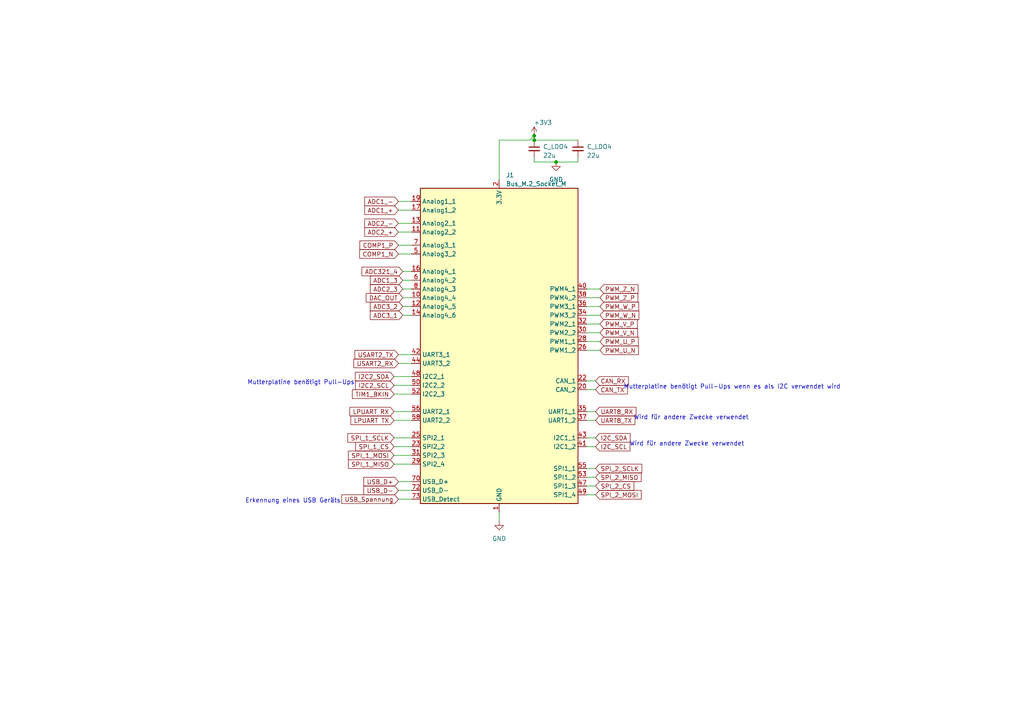
<source format=kicad_sch>
(kicad_sch (version 20230121) (generator eeschema)
  (paper "A4")
  (lib_symbols
    (symbol "Device:C_Small" (pin_numbers hide) (pin_names (offset 0.254) hide)
      (property "Reference" "C" (at 0.254 1.778 0))
      (property "Value" "C_Small" (at 0.254 -2.032 0))
      (symbol "C_Small_0_1"
        (polyline (pts (xy -1.524 -0.508) (xy 1.524 -0.508)) (stroke (width 0.3302)))
        (polyline (pts (xy -1.524 0.508) (xy 1.524 0.508)) (stroke (width 0.3048)))
      )
      (symbol "C_Small_1_1"
        (pin passive line (at 0 2.54 270) (length 2.032) (name "~") (number "1"))
        (pin passive line (at 0 -2.54 90) (length 2.032) (name "~") (number "2"))
      )
    )
    (symbol "Eigen_Kreationen:Bus_M.2_Socket_M_alle_Pins"
      (property "Reference" "J" (at -22.86 46.99 0))
      (property "Value" "Bus_M.2_Socket_M" (at 16.51 46.99 0))
      (symbol "Bus_M.2_Socket_M_alle_Pins_0_1"
        (rectangle (start -22.86 45.72) (end 22.86 -45.72) (stroke (width 0.254)) (fill (type background)))
      )
      (symbol "Bus_M.2_Socket_M_alle_Pins_1_1"
        (pin power_in line (at 0 -48.26 90) (length 2.54) (name "GND") (number "1"))
        (pin input line (at -25.4 13.97 0) (length 2.54) (name "Analog4_4") (number "10"))
        (pin output line (at -25.4 33.02 0) (length 2.54) (name "Analog2_2") (number "11"))
        (pin passive line (at -25.4 11.43 0) (length 2.54) (name "Analog4_5") (number "12"))
        (pin output line (at -25.4 35.56 0) (length 2.54) (name "Analog2_1") (number "13"))
        (pin passive line (at -25.4 8.89 0) (length 2.54) (name "Analog4_6") (number "14"))
        (pin passive line (at 0 -48.26 90) (length 2.54) hide (name "GND") (number "15"))
        (pin passive line (at -25.4 21.59 0) (length 2.54) (name "Analog4_1") (number "16"))
        (pin input line (at -25.4 39.37 0) (length 2.54) (name "Analog1_2") (number "17"))
        (pin passive line (at 0 -48.26 90) (length 2.54) hide (name "GND") (number "18"))
        (pin input line (at -25.4 41.91 0) (length 2.54) (name "Analog1_1") (number "19"))
        (pin power_in line (at 0 48.26 270) (length 2.54) (name "3.3V") (number "2"))
        (pin input line (at 25.4 -12.7 180) (length 2.54) (name "CAN_2") (number "20"))
        (pin passive line (at 0 -48.26 90) (length 2.54) hide (name "GND") (number "21"))
        (pin input line (at 25.4 -10.16 180) (length 2.54) (name "CAN_1") (number "22"))
        (pin output line (at -25.4 -29.21 0) (length 2.54) (name "SPI2_2") (number "23"))
        (pin input line (at 0 -48.26 90) (length 2.54) hide (name "GND") (number "24"))
        (pin output line (at -25.4 -26.67 0) (length 2.54) (name "SPI2_1") (number "25"))
        (pin bidirectional line (at 25.4 -1.27 180) (length 2.54) (name "PWM1_2") (number "26"))
        (pin passive line (at 0 -48.26 90) (length 2.54) hide (name "GND") (number "27"))
        (pin output line (at 25.4 1.27 180) (length 2.54) (name "PWM1_1") (number "28"))
        (pin input line (at -25.4 -34.29 0) (length 2.54) (name "SPI2_4") (number "29"))
        (pin passive line (at 0 -48.26 90) (length 2.54) hide (name "GND") (number "3"))
        (pin output line (at 25.4 3.81 180) (length 2.54) (name "PWM2_2") (number "30"))
        (pin input line (at -25.4 -31.75 0) (length 2.54) (name "SPI2_3") (number "31"))
        (pin input line (at 25.4 6.35 180) (length 2.54) (name "PWM2_1") (number "32"))
        (pin passive line (at 0 -48.26 90) (length 2.54) hide (name "GND") (number "33"))
        (pin output line (at 25.4 8.89 180) (length 2.54) (name "PWM3_2") (number "34"))
        (pin output line (at 25.4 -19.05 180) (length 2.54) (name "UART1_1") (number "35"))
        (pin output line (at 25.4 11.43 180) (length 2.54) (name "PWM3_1") (number "36"))
        (pin output line (at 25.4 -21.59 180) (length 2.54) (name "UART1_2") (number "37"))
        (pin output line (at 25.4 13.97 180) (length 2.54) (name "PWM4_2") (number "38"))
        (pin passive line (at 0 -48.26 90) (length 2.54) hide (name "GND") (number "39"))
        (pin power_in line (at 0 48.26 270) (length 2.54) hide (name "3.3V") (number "4"))
        (pin output line (at 25.4 16.51 180) (length 2.54) (name "PWM4_1") (number "40"))
        (pin input line (at 25.4 -29.21 180) (length 2.54) (name "I2C1_2") (number "41"))
        (pin input line (at -25.4 -2.54 0) (length 2.54) (name "UART3_1") (number "42"))
        (pin input line (at 25.4 -26.67 180) (length 2.54) (name "I2C1_1") (number "43"))
        (pin input line (at -25.4 -5.08 0) (length 2.54) (name "UART3_2") (number "44"))
        (pin passive line (at 0 -48.26 90) (length 2.54) hide (name "GND") (number "45"))
        (pin power_out line (at 0 -48.26 90) (length 2.54) hide (name "GND") (number "46"))
        (pin output line (at 25.4 -40.64 180) (length 2.54) (name "SPI1_3") (number "47"))
        (pin input line (at -25.4 -8.89 0) (length 2.54) (name "I2C2_1") (number "48"))
        (pin output line (at 25.4 -43.18 180) (length 2.54) (name "SPI1_4") (number "49"))
        (pin input line (at -25.4 26.67 0) (length 2.54) (name "Analog3_2") (number "5"))
        (pin output line (at -25.4 -11.43 0) (length 2.54) (name "I2C2_2") (number "50"))
        (pin passive line (at 0 -48.26 90) (length 2.54) hide (name "GND") (number "51"))
        (pin input line (at -25.4 -13.97 0) (length 2.54) (name "I2C2_3") (number "52"))
        (pin output line (at 25.4 -38.1 180) (length 2.54) (name "SPI1_2") (number "53"))
        (pin power_in line (at 0 -48.26 90) (length 2.54) hide (name "GND") (number "54"))
        (pin output line (at 25.4 -35.56 180) (length 2.54) (name "SPI1_1") (number "55"))
        (pin input line (at -25.4 -19.05 0) (length 2.54) (name "UART2_1") (number "56"))
        (pin passive line (at 0 -48.26 90) (length 2.54) hide (name "GND") (number "57"))
        (pin output line (at -25.4 -21.59 0) (length 2.54) (name "UART2_2") (number "58"))
        (pin output line (at -25.4 19.05 0) (length 2.54) (name "Analog4_2") (number "6"))
        (pin output line (at 0 48.26 270) (length 2.54) hide (name "3.3V") (number "67"))
        (pin input line (at 0 -48.26 90) (length 2.54) hide (name "GND") (number "68"))
        (pin input line (at 0 48.26 270) (length 2.54) hide (name "3.3V") (number "69"))
        (pin input line (at -25.4 29.21 0) (length 2.54) (name "Analog3_1") (number "7"))
        (pin passive line (at -25.4 -39.37 0) (length 2.54) (name "USB_D+") (number "70"))
        (pin passive line (at 0 48.26 270) (length 2.54) hide (name "3.3V") (number "71"))
        (pin passive line (at -25.4 -41.91 0) (length 2.54) (name "USB_D-") (number "72"))
        (pin passive line (at -25.4 -44.45 0) (length 2.54) (name "USB_Detect") (number "73"))
        (pin passive line (at 0 -48.26 90) (length 2.54) hide (name "GND") (number "74"))
        (pin passive line (at 0 -48.26 90) (length 2.54) hide (name "GND") (number "75"))
        (pin output line (at -25.4 16.51 0) (length 2.54) (name "Analog4_3") (number "8"))
        (pin passive line (at 0 -48.26 90) (length 2.54) hide (name "GND") (number "9"))
      )
    )
    (symbol "power:+3.3V" (power) (pin_names (offset 0))
      (property "Value" "+3.3V" (at 0 3.556 0))
      (symbol "+3.3V_0_1"
        (polyline (pts (xy -0.762 1.27) (xy 0 2.54)))
        (polyline (pts (xy 0 0) (xy 0 2.54)))
        (polyline (pts (xy 0 2.54) (xy 0.762 1.27)))
      )
      (symbol "+3.3V_1_1"
        (pin power_in line (at 0 0 90) (length 0) hide (name "+3V3") (number "1"))
      )
    )
    (symbol "power:GND" (power) (pin_names (offset 0))
      (property "Value" "GND" (at 0 -3.81 0))
      (symbol "GND_0_1"
        (polyline (pts (xy 0 0) (xy 0 -1.27) (xy 1.27 -1.27) (xy 0 -2.54) (xy -1.27 -1.27) (xy 0 -1.27)))
      )
      (symbol "GND_1_1"
        (pin power_in line (at 0 0 270) (length 0) hide (name "GND") (number "1"))
      )
    )
  )
  (junction (at 161.29 46.99))
  (junction (at 154.94 40.64))
  (junction (at 154.94 39.37))
  (wire (pts (xy 154.94 46.99) (xy 161.29 46.99)))
  (wire (pts (xy 114.3 121.92) (xy 119.38 121.92)))
  (wire (pts (xy 170.18 91.44) (xy 173.99 91.44)))
  (wire (pts (xy 161.29 46.99) (xy 167.64 46.99)))
  (wire (pts (xy 116.84 91.44) (xy 119.38 91.44)))
  (wire (pts (xy 116.84 83.82) (xy 119.38 83.82)))
  (wire (pts (xy 114.3 132.08) (xy 119.38 132.08)))
  (wire (pts (xy 115.57 144.78) (xy 119.38 144.78)))
  (wire (pts (xy 116.84 86.36) (xy 119.38 86.36)))
  (wire (pts (xy 144.78 40.64) (xy 153.67 40.64)))
  (wire (pts (xy 116.84 78.74) (xy 119.38 78.74)))
  (wire (pts (xy 116.84 81.28) (xy 119.38 81.28)))
  (wire (pts (xy 170.18 101.6) (xy 173.99 101.6)))
  (wire (pts (xy 170.18 121.92) (xy 172.72 121.92)))
  (wire (pts (xy 144.78 40.64) (xy 144.78 52.07)))
  (wire (pts (xy 116.84 88.9) (xy 119.38 88.9)))
  (wire (pts (xy 115.57 71.12) (xy 119.38 71.12)))
  (wire (pts (xy 170.18 140.97) (xy 172.72 140.97)))
  (wire (pts (xy 115.57 139.7) (xy 119.38 139.7)))
  (wire (pts (xy 167.64 45.72) (xy 167.64 46.99)))
  (wire (pts (xy 170.18 96.52) (xy 173.99 96.52)))
  (wire (pts (xy 170.18 99.06) (xy 173.99 99.06)))
  (wire (pts (xy 114.3 127) (xy 119.38 127)))
  (wire (pts (xy 115.57 60.96) (xy 119.38 60.96)))
  (wire (pts (xy 170.18 83.82) (xy 173.99 83.82)))
  (wire (pts (xy 115.57 64.77) (xy 119.38 64.77)))
  (wire (pts (xy 115.57 67.31) (xy 119.38 67.31)))
  (wire (pts (xy 115.57 102.87) (xy 119.38 102.87)))
  (wire (pts (xy 114.3 119.38) (xy 119.38 119.38)))
  (wire (pts (xy 170.18 88.9) (xy 173.99 88.9)))
  (wire (pts (xy 170.18 86.36) (xy 173.99 86.36)))
  (wire (pts (xy 154.94 45.72) (xy 154.94 46.99)))
  (wire (pts (xy 115.57 105.41) (xy 119.38 105.41)))
  (wire (pts (xy 154.94 40.64) (xy 167.64 40.64)))
  (wire (pts (xy 170.18 110.49) (xy 172.72 110.49)))
  (wire (pts (xy 114.3 111.76) (xy 119.38 111.76)))
  (wire (pts (xy 170.18 135.89) (xy 172.72 135.89)))
  (wire (pts (xy 170.18 93.98) (xy 173.99 93.98)))
  (wire (pts (xy 144.78 148.59) (xy 144.78 151.13)))
  (wire (pts (xy 170.18 143.51) (xy 172.72 143.51)))
  (wire (pts (xy 170.18 113.03) (xy 172.72 113.03)))
  (wire (pts (xy 170.18 129.54) (xy 172.72 129.54)))
  (wire (pts (xy 170.18 138.43) (xy 172.72 138.43)))
  (wire (pts (xy 115.57 58.42) (xy 119.38 58.42)))
  (wire (pts (xy 153.67 40.64) (xy 154.94 39.37)))
  (wire (pts (xy 114.3 109.22) (xy 119.38 109.22)))
  (wire (pts (xy 115.57 142.24) (xy 119.38 142.24)))
  (wire (pts (xy 114.3 134.62) (xy 119.38 134.62)))
  (wire (pts (xy 170.18 127) (xy 172.72 127)))
  (wire (pts (xy 154.94 39.37) (xy 154.94 40.64)))
  (wire (pts (xy 114.3 129.54) (xy 119.38 129.54)))
  (wire (pts (xy 115.57 73.66) (xy 119.38 73.66)))
  (wire (pts (xy 114.3 114.3) (xy 119.38 114.3)))
  (wire (pts (xy 170.18 119.38) (xy 172.72 119.38)))
  (text "Wird für andere Zwecke verwendet" (at 217.17 121.92 0) (effects (font (size 1.27 1.27)) (justify right bottom)))
  (text "Wird für andere Zwecke verwendet" (at 215.9 129.54 0) (effects (font (size 1.27 1.27)) (justify right bottom)))
  (text "Mutterplatine benötigt Pull-Ups wenn es als I2C verwendet wird" (at 243.84 113.03 0) (effects (font (size 1.27 1.27)) (justify right bottom)))
  (text "Erkennung eines USB Geräts" (at 71.12 146.05 0) (effects (font (size 1.27 1.27)) (justify left bottom)))
  (text "Mutterplatine benötigt Pull-Ups" (at 102.87 111.76 0) (effects (font (size 1.27 1.27)) (justify right bottom)))
  (global_label "USART2_TX" (shape input) (at 115.57 102.87 180) (property "Intersheetrefs" "${INTERSHEET_REFS}" (effects hide)))
  (global_label "PWM_W_N" (shape input) (at 173.99 91.44 0) (property "Intersheetrefs" "${INTERSHEET_REFS}" (effects hide)))
  (global_label "I2C_SCL" (shape input) (at 172.72 129.54 0) (property "Intersheetrefs" "${INTERSHEET_REFS}" (effects hide)))
  (global_label "CAN_RX" (shape input) (at 172.72 110.49 0) (property "Intersheetrefs" "${INTERSHEET_REFS}" (effects hide)))
  (global_label "PWM_U_N" (shape input) (at 173.99 101.6 0) (property "Intersheetrefs" "${INTERSHEET_REFS}" (effects hide)))
  (global_label "SPI_2_SCLK" (shape input) (at 172.72 135.89 0) (property "Intersheetrefs" "${INTERSHEET_REFS}" (effects hide)))
  (global_label "USB_D-" (shape input) (at 115.57 142.24 180) (property "Intersheetrefs" "${INTERSHEET_REFS}" (effects hide)))
  (global_label "ADC2_3" (shape input) (at 116.84 83.82 180) (property "Intersheetrefs" "${INTERSHEET_REFS}" (effects hide)))
  (global_label "LPUART TX" (shape input) (at 114.3 121.92 180) (property "Intersheetrefs" "${INTERSHEET_REFS}" (effects hide)))
  (global_label "SPI_1_CS" (shape input) (at 114.3 129.54 180) (property "Intersheetrefs" "${INTERSHEET_REFS}" (effects hide)))
  (global_label "ADC1_+" (shape input) (at 115.57 60.96 180) (property "Intersheetrefs" "${INTERSHEET_REFS}" (effects hide)))
  (global_label "COMP1_N" (shape input) (at 115.57 73.66 180) (property "Intersheetrefs" "${INTERSHEET_REFS}" (effects hide)))
  (global_label "ADC2_+" (shape input) (at 115.57 67.31 180) (property "Intersheetrefs" "${INTERSHEET_REFS}" (effects hide)))
  (global_label "ADC321_4" (shape input) (at 116.84 78.74 180) (property "Intersheetrefs" "${INTERSHEET_REFS}" (effects hide)))
  (global_label "PWM_V_N" (shape input) (at 173.99 96.52 0) (property "Intersheetrefs" "${INTERSHEET_REFS}" (effects hide)))
  (global_label "UART8_RX" (shape input) (at 172.72 119.38 0) (property "Intersheetrefs" "${INTERSHEET_REFS}" (effects hide)))
  (global_label "ADC3_1" (shape input) (at 116.84 91.44 180) (property "Intersheetrefs" "${INTERSHEET_REFS}" (effects hide)))
  (global_label "USB_Spannung" (shape input) (at 115.57 144.78 180) (property "Intersheetrefs" "${INTERSHEET_REFS}" (effects hide)))
  (global_label "COMP1_P" (shape input) (at 115.57 71.12 180) (property "Intersheetrefs" "${INTERSHEET_REFS}" (effects hide)))
  (global_label "SPI_1_SCLK" (shape input) (at 114.3 127 180) (property "Intersheetrefs" "${INTERSHEET_REFS}" (effects hide)))
  (global_label "SPI_2_MISO" (shape input) (at 172.72 138.43 0) (property "Intersheetrefs" "${INTERSHEET_REFS}" (effects hide)))
  (global_label "ADC1_3" (shape input) (at 116.84 81.28 180) (property "Intersheetrefs" "${INTERSHEET_REFS}" (effects hide)))
  (global_label "SPI_1_MOSI" (shape input) (at 114.3 132.08 180) (property "Intersheetrefs" "${INTERSHEET_REFS}" (effects hide)))
  (global_label "PWM_U_P" (shape input) (at 173.99 99.06 0) (property "Intersheetrefs" "${INTERSHEET_REFS}" (effects hide)))
  (global_label "I2C_SDA" (shape input) (at 172.72 127 0) (property "Intersheetrefs" "${INTERSHEET_REFS}" (effects hide)))
  (global_label "I2C2_SDA" (shape input) (at 114.3 109.22 180) (property "Intersheetrefs" "${INTERSHEET_REFS}" (effects hide)))
  (global_label "I2C2_SCL" (shape input) (at 114.3 111.76 180) (property "Intersheetrefs" "${INTERSHEET_REFS}" (effects hide)))
  (global_label "ADC2_-" (shape input) (at 115.57 64.77 180) (property "Intersheetrefs" "${INTERSHEET_REFS}" (effects hide)))
  (global_label "PWM_Z_N" (shape input) (at 173.99 83.82 0) (property "Intersheetrefs" "${INTERSHEET_REFS}" (effects hide)))
  (global_label "TIM1_BKIN" (shape input) (at 114.3 114.3 180) (property "Intersheetrefs" "${INTERSHEET_REFS}" (effects hide)))
  (global_label "CAN_TX" (shape input) (at 172.72 113.03 0) (property "Intersheetrefs" "${INTERSHEET_REFS}" (effects hide)))
  (global_label "SPI_2_CS" (shape input) (at 172.72 140.97 0) (property "Intersheetrefs" "${INTERSHEET_REFS}" (effects hide)))
  (global_label "SPI_2_MOSI" (shape input) (at 172.72 143.51 0) (property "Intersheetrefs" "${INTERSHEET_REFS}" (effects hide)))
  (global_label "PWM_Z_P" (shape input) (at 173.99 86.36 0) (property "Intersheetrefs" "${INTERSHEET_REFS}" (effects hide)))
  (global_label "USART2_RX" (shape input) (at 115.57 105.41 180) (property "Intersheetrefs" "${INTERSHEET_REFS}" (effects hide)))
  (global_label "PWM_W_P" (shape input) (at 173.99 88.9 0) (property "Intersheetrefs" "${INTERSHEET_REFS}" (effects hide)))
  (global_label "LPUART RX" (shape input) (at 114.3 119.38 180) (property "Intersheetrefs" "${INTERSHEET_REFS}" (effects hide)))
  (global_label "UART8_TX" (shape input) (at 172.72 121.92 0) (property "Intersheetrefs" "${INTERSHEET_REFS}" (effects hide)))
  (global_label "ADC3_2" (shape input) (at 116.84 88.9 180) (property "Intersheetrefs" "${INTERSHEET_REFS}" (effects hide)))
  (global_label "SPI_1_MISO" (shape input) (at 114.3 134.62 180) (property "Intersheetrefs" "${INTERSHEET_REFS}" (effects hide)))
  (global_label "ADC1_-" (shape input) (at 115.57 58.42 180) (property "Intersheetrefs" "${INTERSHEET_REFS}" (effects hide)))
  (global_label "DAC_OUT" (shape input) (at 116.84 86.36 180) (property "Intersheetrefs" "${INTERSHEET_REFS}" (effects hide)))
  (global_label "USB_D+" (shape input) (at 115.57 139.7 180) (property "Intersheetrefs" "${INTERSHEET_REFS}" (effects hide)))
  (global_label "PWM_V_P" (shape input) (at 173.99 93.98 0) (property "Intersheetrefs" "${INTERSHEET_REFS}" (effects hide)))
  (symbol (lib_id "Eigen_Kreationen:Bus_M.2_Socket_M_alle_Pins") (at 144.78 100.33 0) (unit 1)
    (property "Reference" "J1" (at 146.7359 50.8 0) (effects (justify left)))
    (property "Value" "Bus_M.2_Socket_M" (at 146.7359 53.34 0) (effects (justify left)))
    (property "Footprint" "UltraLibrarian:APCI0110" (effects hide))
    (property "Datasheet" "http://read.pudn.com/downloads794/doc/project/3133918/PCIe_M.2_Electromechanical_Spec_Rev1.0_Final_11012013_RS_Clean.pdf#page=155" (effects hide))
  )
  (symbol (lib_id "power:GND") (at 144.78 151.13 0) (unit 1)
    (property "Reference" "#PWR028" (effects hide))
    (property "Value" "GND" (at 144.78 156.21 0))
    (instances (project "USB_CAN" (path "" (reference "#PWR028") (unit 1))) (project "MCU_Board" (path "" (reference "#PWR010") (unit 1)) (path "" (reference "#PWR026") (unit 1))) (project "UNI_Projekt" (path "" (reference "#PWR057") (unit 1))) (project "Sensoren_Kommunikation" (path "" (reference "#PWR060") (unit 1))) (project "MCU Geregelter Tiefsetzsteller" (path "" (reference "#PWR087") (unit 1))) (project "Connector" (path "" (reference "#PWR060") (unit 1))) (project "Servo_Steuerung" (path "" (reference "#PWR060") (unit 1)) (path "" (reference "#PWR03") (unit 1)) (path "" (reference "#PWR031") (unit 1))) (project "Leistungsteil" (path "" (reference "#PWR01") (unit 1))))
  )
  (symbol (lib_id "power:GND") (at 161.29 46.99 0) (unit 1)
    (property "Reference" "#PWR028" (effects hide))
    (property "Value" "GND" (at 161.29 52.07 0))
    (instances (project "USB_CAN" (path "" (reference "#PWR028") (unit 1))) (project "MCU_Board" (path "" (reference "#PWR010") (unit 1)) (path "" (reference "#PWR02") (unit 1))) (project "UNI_Projekt" (path "" (reference "#PWR057") (unit 1))) (project "Sensoren_Kommunikation" (path "" (reference "#PWR060") (unit 1))) (project "MCU Geregelter Tiefsetzsteller" (path "" (reference "#PWR087") (unit 1))) (project "Connector" (path "" (reference "#PWR060") (unit 1))) (project "Servo_Steuerung" (path "" (reference "#PWR060") (unit 1)) (path "" (reference "#PWR03") (unit 1)) (path "" (reference "#PWR031") (unit 1))) (project "Leistungsteil" (path "" (reference "#PWR03") (unit 1))))
  )
  (symbol (lib_id "Device:C_Small") (at 167.64 43.18 0) (unit 1)
    (property "Reference" "C_LDO4" (at 170.18 42.5513 0) (effects (justify left)))
    (property "Value" "22u" (at 170.18 45.0913 0) (effects (justify left)))
    (property "Footprint" "Capacitor_SMD:C_0402_1005Metric" (effects hide))
    (instances (project "USB_CAN" (path "" (reference "C_LDO4") (unit 1))) (project "MCU_Board" (path "" (reference "C_LDO4") (unit 1)) (path "" (reference "C_In2") (unit 1))) (project "UNI_Projekt" (path "" (reference "C_Reset1") (unit 1))) (project "Servo_Steuerung" (path "" (reference "C_Reset1") (unit 1)) (path "" (reference "C_Reset1") (unit 1))) (project "Leistungsteil" (path "" (reference "C_LDO2") (unit 1))))
  )
  (symbol (lib_id "Device:C_Small") (at 154.94 43.18 0) (unit 1)
    (property "Reference" "C_LDO4" (at 157.48 42.5513 0) (effects (justify left)))
    (property "Value" "22u" (at 157.48 45.0913 0) (effects (justify left)))
    (property "Footprint" "Capacitor_SMD:C_0402_1005Metric" (effects hide))
    (instances (project "USB_CAN" (path "" (reference "C_LDO4") (unit 1))) (project "MCU_Board" (path "" (reference "C_LDO4") (unit 1)) (path "" (reference "C_In1") (unit 1))) (project "UNI_Projekt" (path "" (reference "C_Reset1") (unit 1))) (project "Servo_Steuerung" (path "" (reference "C_Reset1") (unit 1)) (path "" (reference "C_Reset1") (unit 1))) (project "Leistungsteil" (path "" (reference "C_LDO1") (unit 1))))
  )
  (symbol (lib_id "power:+3.3V") (at 154.94 39.37 0) (unit 1)
    (property "Reference" "#PWR040" (effects hide))
    (property "Value" "+3.3V" (at 157.48 35.56 0))
    (instances (project "USB_CAN" (path "" (reference "#PWR040") (unit 1))) (project "MCU_Board" (path "" (reference "#PWR011") (unit 1)) (path "" (reference "#PWR01") (unit 1))) (project "UNI_Projekt" (path "" (reference "#PWR024") (unit 1))) (project "Servo_Steuerung" (path "" (reference "#PWR028") (unit 1)) (path "" (reference "#PWR028") (unit 1))) (project "Leistungsteil" (path "" (reference "#PWR02") (unit 1))))
  )
)
</source>
